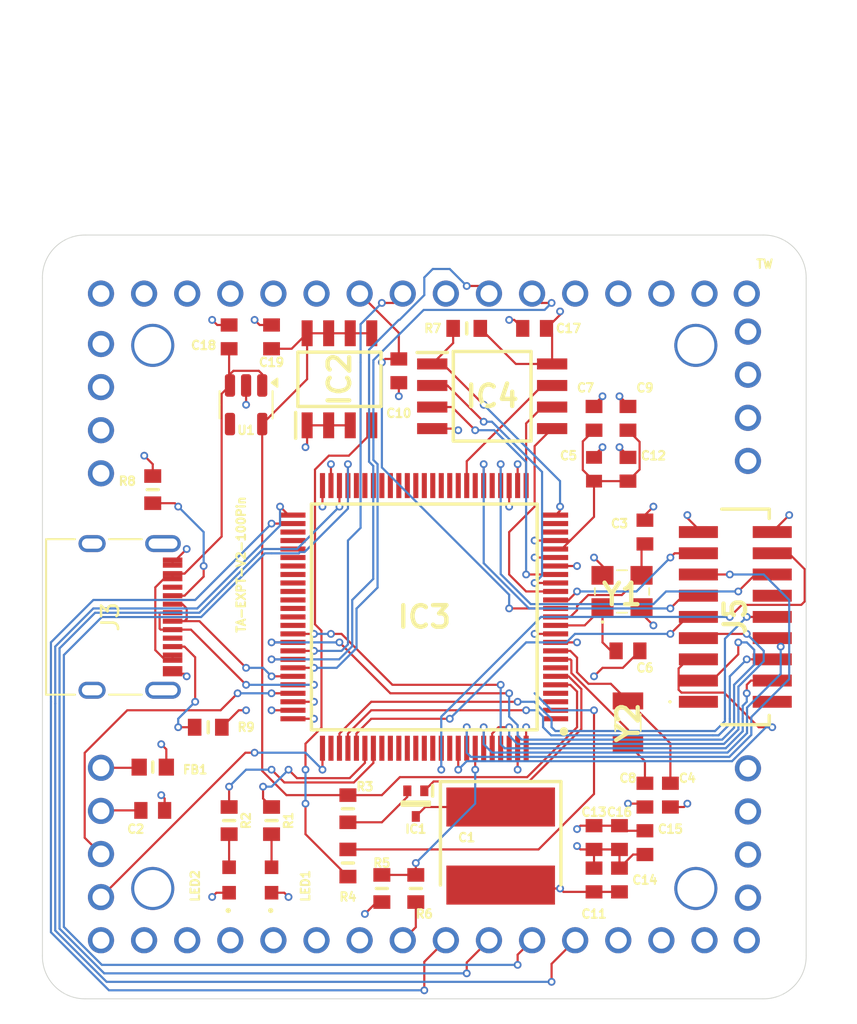
<source format=kicad_pcb>
(kicad_pcb (version 20240108) (generator "pcbnew") (generator_version "8.0")
  (layers (0 "F.Cu" signal) (1 "In1.Cu" power) (2 "In2.Cu" power) (31 "B.Cu" signal) (34 "B.Paste" user) (35 "F.Paste" user) (36 "B.SilkS" user "B.Silkscreen") (37 "F.SilkS" user "F.Silkscreen") (38 "B.Mask" user) (39 "F.Mask" user) (44 "Edge.Cuts" user))
  (net 0 "")
  (net 1 "GND")
  (net 3 "/VBUS")
  (net 4 "/LDO_OUT")
  (net 5 "/VDD_FILT")
  (net 6 "Net-(IC1-K1)")
  (net 7 "/V_BAT")
  (net 9 "/NRST")
  (net 12 "Net-(IC3-PC14-OSC32_IN)")
  (net 15 "/LPUART_RX")
  (net 18 "/LPUART_RTS")
  (net 20 "/DCMI_D6")
  (net 21 "Net-(IC3-PH1-OSC_OUT)")
  (net 22 "/DCMI_D2")
  (net 26 "/QUADSPI_BK2_IO1")
  (net 27 "/DCMI_D3")
  (net 30 "/QUADSPI_BK2_IO0")
  (net 31 "/DCMI_VSYNC")
  (net 33 "/QUADSPI_CLK")
  (net 36 "Net-(IC3-PH3-BOOT0)")
  (net 37 "/Control")
  (net 40 "/SWDIO")
  (net 42 "/DCMI_PIXCLK")
  (net 43 "/LED2")
  (net 45 "Net-(IC3-PH0-OSC_IN)")
  (net 47 "/D-")
  (net 49 "/LPUART_CTS")
  (net 51 "/USART1_RX")
  (net 55 "/DCMI_HSYNC")
  (net 56 "/QUADSPI_BK2_IO3")
  (net 57 "/QUADSPI_BK2_IO2")
  (net 58 "/DCMI_D4")
  (net 60 "/SWCLK")
  (net 61 "/USART1_CK")
  (net 62 "/D+")
  (net 65 "/DCMI_D7")
  (net 68 "Net-(IC3-PC15-OSC32_OUT)")
  (net 71 "/DCMI_D5")
  (net 74 "/QUADSPI_BK1_NCS")
  (net 76 "/USART1_TX")
  (net 79 "/LPUART_TX")
  (net 84 "/LED1")
  (net 85 "Net-(IC1-A1{slash}K2)")
  (net 86 "Net-(IC2-G)")
  (net 91 "/USART1_RTS")
  (net 92 "/USART1_CTS")
  (net 94 "/BOOT0")
  (net 98 "VDD")
  (net 102 "Net-(LED1-A)")
  (net 103 "Net-(LED2-A)")
  (net 112 "/I2C3_SDA")
  (net 113 "/DCMI_D8")
  (net 114 "/I2C3_SCL")
  (net 115 "/DCMI_D9")
  (net 119 "Net-(J3-CC2)")
  (net 120 "Net-(J3-CC1)")
  (footprint "ta-expt-v2-100:CAPC1608X90N" (layer "F.Cu") (at 168 121.3 -90)
    (property "Reference" "C15")
    (property "Value" "0603ZC104JAT2A" (hide yes))
  )
  (footprint "ta-expt-v2-100:CAPC1608X90N" (layer "F.Cu") (at 165 123.5 90)
    (property "Reference" "C11")
    (property "Value" "0603ZC104JAT2A" (hide yes))
  )
  (footprint "ta-expt-v2-100:RESC1608X55N" (layer "F.Cu") (at 154.5 124 90)
    (property "Reference" "R6")
    (property "Value" "MCT06030C1001FP500" (hide yes))
  )
  (footprint "ta-expt-v2-100:RESC1608X55N" (layer "F.Cu") (at 146 120 -90)
    (property "Reference" "R1")
    (property "Value" "MCT06030C1001FP500" (hide yes))
  )
  (footprint "ta-expt-v2-100:CAPC1608X90N" (layer "F.Cu") (at 168 118.5 -90)
    (property "Reference" "C8")
    (property "Value" "0603ZA220JAT2A" (hide yes))
  )
  (footprint "ta-expt-v2-100:CAPC1608X90N" (layer "F.Cu") (at 161.5 91 180)
    (property "Reference" "C17")
    (property "Value" "0603ZC104JAT2A" (hide yes))
  )
  (footprint "ta-expt-v2-100:PinSocket_1x5_TartanArtibeus" (layer "F.Cu") (at 174.07 95)
    (property "Reference" "J1" (hide yes))
    (property "Value" "Conn_01x05" (hide yes))
  )
  (footprint "ta-expt-v2-100:CAPPC5660X400N" (layer "F.Cu") (at 159.5 121.5 -90)
    (property "Reference" "C1")
    (property "Value" "597D158X9004R2T" (hide yes))
  )
  (footprint "ta-expt-v2-100:QFP50P1600X1600X160-100N" (layer "F.Cu") (at 155 108 180)
    (property "Reference" "IC3")
    (property "Value" "STM32L496VGT3" (hide yes))
  )
  (footprint "ta-expt-v2-100:PinSocket_4x1_TartanArtibeus" (layer "F.Cu") (at 135.95 95.73)
    (property "Reference" "J2" (hide yes))
    (property "Value" "Conn_01x04" (hide yes))
  )
  (footprint "ta-expt-v2-100:PinSocket_4x1_TartanArtibeus" (layer "F.Cu") (at 135.95 120.7 180)
    (property "Reference" "J7" (hide yes))
    (property "Value" "Conn_01x04" (hide yes))
  )
  (footprint "ta-expt-v2-100:CAPC1608X90N" (layer "F.Cu") (at 153.5 93.5 -90)
    (property "Reference" "C10")
    (property "Value" "0603ZC104JAT2A" (hide yes))
  )
  (footprint "ta-expt-v2-100:PinSocket_1x16_TartanArtibeus" (layer "F.Cu") (at 155 127.05)
    (property "Reference" "J8" (hide yes))
    (property "Value" "Conn_01x16" (hide yes))
  )
  (footprint "ta-expt-v2-100:SOIC127P790X216-8N" (layer "F.Cu") (at 159 95)
    (property "Reference" "IC4")
    (property "Value" "IS25LP128F-JBLA3" (hide yes))
  )
  (footprint "ta-expt-v2-100:CAPC1608X50N" (layer "F.Cu") (at 165 99.3 90)
    (property "Reference" "C5")
    (property "Value" "GRM1857U1A103JA44D" (hide yes))
  )
  (footprint "ta-expt-v2-100:CAPC1608X90N" (layer "F.Cu") (at 146 91.5 90)
    (property "Reference" "C19")
    (property "Value" "1uF" (hide yes))
  )
  (footprint "ta-expt-v2-100:CAPC1608X90N" (layer "F.Cu") (at 143.5 91.5 -90)
    (property "Reference" "C18")
    (property "Value" "1uF" (hide yes))
  )
  (footprint "ta-expt-v2-100:CAPC1608X90N" (layer "F.Cu") (at 167 110)
    (property "Reference" "C6")
    (property "Value" "0603ZA220JAT2A" (hide yes))
  )
  (footprint "ta-expt-v2-100:LGQ396PS35" (layer "F.Cu") (at 146 123.5 90)
    (property "Reference" "LED1")
    (property "Value" "LG_Q396-PS-35" (hide yes))
  )
  (footprint "ta-expt-v2-100:ABM8AIG25000MHZ122ZT3" (layer "F.Cu") (at 166.65 106.5)
    (property "Reference" "Y1")
    (property "Value" "ABM8AIG-16.000MHZ-12-2Z-T" (hide yes))
  )
  (footprint "ta-expt-v2-100:CAPC1608X90N" (layer "F.Cu") (at 168 103 90)
    (property "Reference" "C3")
    (property "Value" "0603ZA220JAT2A" (hide yes))
  )
  (footprint "ta-expt-v2-100:BEADC1608X95N" (layer "F.Cu") (at 139 116.85)
    (property "Reference" "FB1")
    (property "Value" "MMZ1608S601ATD25" (hide yes))
  )
  (footprint "ta-expt-v2-100:CAPC1608X90N" (layer "F.Cu") (at 167 96.3 90)
    (property "Reference" "C9")
    (property "Value" "0603ZC105JAT2A" (hide yes))
  )
  (footprint "ta-expt-v2-100:PinSocket_1x16_TartanArtibeus" (layer "F.Cu") (at 155 88.95)
    (property "Reference" "J9" (hide yes))
    (property "Value" "Conn_01x16" (hide yes))
  )
  (footprint "ta-expt-v2-100:CAPC1608X90N" (layer "F.Cu") (at 165 121 90)
    (property "Reference" "C13")
    (property "Value" "0603ZC104JAT2A" (hide yes))
  )
  (footprint "ta-expt-v2-100:ABS07AIG32768kHz71T" (layer "F.Cu") (at 167 114.225 90)
    (property "Reference" "Y2")
    (property "Value" "ABS07AIG-32.768kHz-T" (hide yes))
  )
  (footprint "ta-expt-v2-100:RESC1608X55N" (layer "F.Cu") (at 157.5 91 180)
    (property "Reference" "R7")
    (property "Value" "MCT06030C1002FP500" (hide yes))
  )
  (footprint "ta-expt-v2-100:LGQ396PS35" (layer "F.Cu") (at 143.5 123.5 90)
    (property "Reference" "LED2")
    (property "Value" "LG_Q396-PS-35" (hide yes))
  )
  (footprint "ta-expt-v2-100:CAPC1608X90N" (layer "F.Cu") (at 166.5 123.5 90)
    (property "Reference" "C14")
    (property "Value" "0603ZC104JAT2A" (hide yes))
  )
  (footprint "ta-expt-v2-100:RESC1608X55N" (layer "F.Cu") (at 139 100.5 -90)
    (property "Reference" "R8")
    (property "Value" "5.1k" (hide yes))
  )
  (footprint "ta-expt-v2-100:RESC1608X55N" (layer "F.Cu") (at 150.5 122.5 -90)
    (property "Reference" "R4")
    (property "Value" "MCT06030C1002FP500" (hide yes))
  )
  (footprint "Connector_USB:USB_C_Receptacle_XKB_U262-16XN-4BVC11" (layer "F.Cu") (at 136.5 108 -90)
    (property "Reference" "J3")
    (property "Value" "USB_C_Receptacle_USB2.0" (hide yes))
  )
  (footprint "ta-expt-v2-100:CAPC1608X90N" (layer "F.Cu") (at 165 96.3 90)
    (property "Reference" "C7")
    (property "Value" "0603ZC104JAT2A" (hide yes))
  )
  (footprint "ta-expt-v2-100:MountingHoles_TartanArtibeus" (layer "F.Cu") (at 151.5 96.5)
    (property "Reference" "J6" (hide yes))
    (property "Value" "Conn_01x04")
  )
  (footprint "ta-expt-v2-100:RESC1608X55N" (layer "F.Cu") (at 150.5 119.3 90)
    (property "Reference" "R3")
    (property "Value" "MCT06030C1002FP500" (hide yes))
  )
  (footprint "ta-expt-v2-100:CAPC1608X90N" (layer "F.Cu") (at 167 99.3 90)
    (property "Reference" "C12")
    (property "Value" "0603ZC105JAT2A" (hide yes))
  )
  (footprint "ta-expt-v2-100:RESC1608X55N" (layer "F.Cu") (at 142.27 114.5 180)
    (property "Reference" "R9")
    (property "Value" "5.1k" (hide yes))
  )
  (footprint "ta-expt-v2-100:CAPC1608X90N" (layer "F.Cu") (at 169.5 118.5 -90)
    (property "Reference" "C4")
    (property "Value" "0603ZA220JAT2A" (hide yes))
  )
  (footprint "ta-expt-v2-100:SOTFL50P160X78-3N" (layer "F.Cu") (at 154.5 119 -90)
    (property "Reference" "IC1")
    (property "Value" "BAR43SFILM" (hide yes))
  )
  (footprint "ta-expt-v2-100:RESC1608X55N" (layer "F.Cu") (at 152.5 124 -90)
    (property "Reference" "R5")
    (property "Value" "MCT06030C1002FP500" (hide yes))
  )
  (footprint "Package_TO_SOT_SMD:SOT-23-5" (layer "F.Cu") (at 144.5 95.5 -90)
    (property "Reference" "U1")
    (property "Value" "TPS7A0533PDBV" (hide yes))
  )
  (footprint "ta-expt-v2-100:41746398" (layer "F.Cu") (at 173.325 108 -90)
    (property "Reference" "J5")
    (property "Value" "4-174639-8" (hide yes))
  )
  (footprint "ta-expt-v2-100:SOIC127P600X175-8N" (layer "F.Cu") (at 150 94 90)
    (property "Reference" "IC2")
    (property "Value" "STS5PF30L" (hide yes))
  )
  (footprint "ta-expt-v2-100:CAPC1608X90N" (layer "F.Cu") (at 166.5 121 -90)
    (property "Reference" "C16")
    (property "Value" "0603ZC104JAT2A" (hide yes))
  )
  (footprint "ta-expt-v2-100:RESC1608X55N" (layer "F.Cu") (at 143.5 120 -90)
    (property "Reference" "R2")
    (property "Value" "MCT06030C1001FP500" (hide yes))
  )
  (footprint "ta-expt-v2-100:CAPC1608X90N" (layer "F.Cu") (at 139 119.4 180)
    (property "Reference" "C2")
    (property "Value" "GRM188C71A475KE21D" (hide yes))
  )
  (footprint "ta-expt-v2-100:PinSocket_1x5_TartanArtibeus" (layer "B.Cu") (at 174.07 120.73)
    (property "Reference" "J4" (hide yes))
    (property "Value" "Conn_01x05" (hide yes))
  )
  (gr_arc (start 135.04 130.499999) (mid 133.232007 129.767993) (end 132.500001 127.96) (stroke (width 0.05)) (layer "Edge.Cuts"))
  (gr_arc (start 132.500001 88.04) (mid 133.232007 86.232007) (end 135.04 85.500001) (stroke (width 0.05)) (layer "Edge.Cuts"))
  (gr_line (start 177.5 88.04) (end 177.5 127.96) (stroke (width 0.05)) (layer "Edge.Cuts"))
  (gr_arc (start 174.96 85.500001) (mid 176.767993 86.232007) (end 177.499999 88.04) (stroke (width 0.05)) (layer "Edge.Cuts"))
  (gr_line (start 132.5 127.96) (end 132.5 88.04) (stroke (width 0.05)) (layer "Edge.Cuts"))
  (gr_line (start 174.96 85.5) (end 135.04 85.5) (stroke (width 0.05)) (layer "Edge.Cuts"))
  (gr_arc (start 177.499999 127.96) (mid 176.767993 129.767993) (end 174.96 130.499999) (stroke (width 0.05)) (layer "Edge.Cuts"))
  (gr_line (start 135.04 130.5) (end 174.96 130.5) (stroke (width 0.05)) (layer "Edge.Cuts"))
  (gr_text "TW" (at 174.5 87.5 0) (layer "F.SilkS") (effects (font (size 0.5 0.5) (thickness 0.125)) (justify left bottom)))
  (gr_text "TA-EXPT-V2-100Pin" (at 144.5 109 90) (layer "F.SilkS") (effects (font (size 0.5 0.5) (thickness 0.125)) (justify left bottom)))
  (segment (start 165 98.6) (end 165 98.5) (width 0.127) (layer "F.Cu") (net 1))
  (segment (start 167 98.5) (end 166.5 98) (width 0.127) (layer "F.Cu") (net 1))
  (segment (start 165.5 111) (end 165 111.5) (width 0.127) (layer "F.Cu") (net 1))
  (segment (start 164.2 120.3) (end 164 120.5) (width 0.127) (layer "F.Cu") (net 1))
  (segment (start 146 124.25) (end 146.75 124.25) (width 0.127) (layer "F.Cu") (net 1))
  (segment (start 142.8 90.8) (end 142.5 90.5) (width 0.127) (layer "F.Cu") (net 1))
  (segment (start 175.675 102.825) (end 175.675 103) (width 0.127) (layer "F.Cu") (net 1))
  (segment (start 166.8 120.6) (end 166.5 120.3) (width 0.127) (layer "F.Cu") (net 1))
  (segment (start 167 98.6) (end 167 98.5) (width 0.127) (layer "F.Cu") (net 1))
  (segment (start 147.262 113.5) (end 146 113.5) (width 0.127) (layer "F.Cu") (net 1))
  (segment (start 140.17 104.95) (end 140.17 104.65) (width 0.127) (layer "F.Cu") (net 1))
  (segment (start 168 120.6) (end 166.8 120.6) (width 0.127) (layer "F.Cu") (net 1))
  (segment (start 166.7 111) (end 167.7 110) (width 0.127) (layer "F.Cu") (net 1))
  (segment (start 140.85 111.35) (end 141 111.5) (width 0.127) (layer "F.Cu") (net 1))
  (segment (start 167.8 119) (end 168 119.2) (width 0.127) (layer "F.Cu") (net 1))
  (segment (start 170.3 119.2) (end 170.5 119) (width 0.127) (layer "F.Cu") (net 1))
  (segment (start 146 90.8) (end 145.3 90.8) (width 0.127) (layer "F.Cu") (net 1))
  (segment (start 160.5 100.262) (end 160.5 99) (width 0.127) (layer "F.Cu") (net 1))
  (segment (start 167.8 107.8) (end 168.5 108.5) (width 0.127) (layer "F.Cu") (net 1))
  (segment (start 144.07 113.5) (end 144.5 113.5) (width 0.127) (layer "F.Cu") (net 1))
  (segment (start 142.75 124.25) (end 142.5 124.5) (width 0.127) (layer "F.Cu") (net 1))
  (segment (start 162.738 104.5) (end 161.5 104.5) (width 0.127) (layer "F.Cu") (net 1))
  (segment (start 159.7 124) (end 159.5 123.8) (width 0.127) (layer "F.Cu") (net 1))
  (segment (start 176.5 102) (end 175.675 102.825) (width 0.127) (layer "F.Cu") (net 1))
  (segment (start 166.5 95) (end 167 95.5) (width 0.127) (layer "F.Cu") (net 1))
  (segment (start 140.17 104.65) (end 140.35 104.65) (width 0.127) (layer "F.Cu") (net 1))
  (segment (start 165 95.5) (end 165.5 95) (width 0.127) (layer "F.Cu") (net 1))
  (segment (start 165.5 105) (end 165 104.5) (width 0.127) (layer "F.Cu") (net 1))
  (segment (start 143.5 90.8) (end 142.8 90.8) (width 0.127) (layer "F.Cu") (net 1))
  (segment (start 144.5 94.3625) (end 144.5 95.5) (width 0.127) (layer "F.Cu") (net 1))
  (segment (start 163.2 124.2) (end 163 124) (width 0.127) (layer "F.Cu") (net 1))
  (segment (start 160.5 117) (end 160.5 115.738) (width 0.127) (layer "F.Cu") (net 1))
  (segment (start 139 99.7) (end 139 99) (width 0.127) (layer "F.Cu") (net 1))
  (segment (start 167 95.5) (end 167 95.6) (width 0.127) (layer "F.Cu") (net 1))
  (segment (start 165 95.6) (end 165 95.5) (width 0.127) (layer "F.Cu") (net 1))
  (segment (start 165.5 111) (end 166.7 111) (width 0.127) (layer "F.Cu") (net 1))
  (segment (start 149.5 99) (end 149.5 100.262) (width 0.127) (layer "F.Cu") (net 1))
  (segment (start 160 90.5) (end 160.3 90.5) (width 0.127) (layer "F.Cu") (net 1))
  (segment (start 140.17 111.35) (end 140.85 111.35) (width 0.127) (layer "F.Cu") (net 1))
  (segment (start 140.35 104.65) (end 141 104) (width 0.127) (layer "F.Cu") (net 1))
  (segment (start 146.75 124.25) (end 147 124.5) (width 0.127) (layer "F.Cu") (net 1))
  (segment (start 165.5 105.55) (end 165.5 105) (width 0.127) (layer "F.Cu") (net 1))
  (segment (start 165 120.3) (end 164.2 120.3) (width 0.127) (layer "F.Cu") (net 1))
  (segment (start 143.07 114.5) (end 144.07 113.5) (width 0.127) (layer "F.Cu") (net 1))
  (segment (start 162.738 109.5) (end 164 109.5) (width 0.127) (layer "F.Cu") (net 1))
  (segment (start 152.5 124.8) (end 152.2 124.8) (width 0.127) (layer "F.Cu") (net 1))
  (segment (start 165 124.2) (end 163.2 124.2) (width 0.127) (layer "F.Cu") (net 1))
  (segment (start 140.17 111.05) (end 140.17 111.35) (width 0.127) (layer "F.Cu") (net 1))
  (segment (start 143.5 124.25) (end 142.75 124.25) (width 0.127) (layer "F.Cu") (net 1))
  (segment (start 165 98.5) (end 165.5 98) (width 0.127) (layer "F.Cu") (net 1))
  (segment (start 168 102) (end 168.5 101.5) (width 0.127) (layer "F.Cu") (net 1))
  (segment (start 168 102.3) (end 168 102) (width 0.127) (layer "F.Cu") (net 1))
  (segment (start 153.5 94.2) (end 153.5 95) (width 0.127) (layer "F.Cu") (net 1))
  (segment (start 138.3 119.4) (end 135.98 119.4) (width 0.127) (layer "F.Cu") (net 1))
  (segment (start 166.5 124.2) (end 165 124.2) (width 0.127) (layer "F.Cu") (net 1))
  (segment (start 163 124) (end 159.7 124) (width 0.127) (layer "F.Cu") (net 1))
  (segment (start 169.5 119.2) (end 170.3 119.2) (width 0.127) (layer "F.Cu") (net 1))
  (segment (start 152.2 124.8) (end 151.5 125.5) (width 0.127) (layer "F.Cu") (net 1))
  (segment (start 135.98 119.4) (end 135.95 119.43) (width 0.127) (layer "F.Cu") (net 1))
  (segment (start 167.8 107.45) (end 167.8 107.8) (width 0.127) (layer "F.Cu") (net 1))
  (segment (start 167 119) (end 167.8 119) (width 0.127) (layer "F.Cu") (net 1))
  (segment (start 166.5 120.3) (end 165 120.3) (width 0.127) (layer "F.Cu") (net 1))
  (segment (start 145.3 90.8) (end 145 90.5) (width 0.127) (layer "F.Cu") (net 1))
  (segment (start 162.738 105) (end 164 105) (width 0.127) (layer "F.Cu") (net 1))
  (segment (start 160.3 90.5) (end 160.8 91) (width 0.127) (layer "F.Cu") (net 1))
  (segment (start 139 99) (end 138.5 98.5) (width 0.127) (layer "F.Cu") (net 1))
  (segment (start 155.468 96.905) (end 156.905 96.905) (width 0.127) (layer "F.Cu") (net 1))
  (segment (start 156.905 96.905) (end 157 97) (width 0.127) (layer "F.Cu") (net 1))
  (via (at 138.5 98.5) (size 0.4572) (drill 0.254) (layers "F.Cu" "B.Cu") (net 1))
  (via (at 144.5 113.5) (size 0.4572) (drill 0.254) (layers "F.Cu" "B.Cu") (net 1))
  (via (at 160.5 117) (size 0.4572) (drill 0.254) (layers "F.Cu" "B.Cu") (net 1))
  (via (at 167 119) (size 0.4572) (drill 0.254) (layers "F.Cu" "B.Cu") (net 1))
  (via (at 176.5 102) (size 0.4572) (drill 0.254) (layers "F.Cu" "B.Cu") (net 1))
  (via (at 168.5 101.5) (size 0.4572) (drill 0.254) (layers "F.Cu" "B.Cu") (net 1))
  (via (at 151.5 125.5) (size 0.4572) (drill 0.254) (layers "F.Cu" "B.Cu") (net 1))
  (via (at 141 111.5) (size 0.4572) (drill 0.254) (layers "F.Cu" "B.Cu") (net 1))
  (via (at 170.5 119) (size 0.4572) (drill 0.254) (layers "F.Cu" "B.Cu") (net 1))
  (via (at 147 124.5) (size 0.4572) (drill 0.254) (layers "F.Cu" "B.Cu") (net 1))
  (via (at 160 90.5) (size 0.4572) (drill 0.254) (layers "F.Cu" "B.Cu") (net 1))
  (via (at 160.5 99) (size 0.4572) (drill 0.254) (layers "F.Cu" "B.Cu") (net 1))
  (via (at 144.5 95.5) (size 0.4572) (drill 0.254) (layers "F.Cu" "B.Cu") (net 1))
  (via (at 145 90.5) (size 0.4572) (drill 0.254) (layers "F.Cu" "B.Cu") (net 1))
  (via (at 163 124) (size 0.4572) (drill 0.254) (layers "F.Cu" "B.Cu") (net 1))
  (via (at 142.5 124.5) (size 0.4572) (drill 0.254) (layers "F.Cu" "B.Cu") (net 1))
  (via (at 153.5 95) (size 0.4572) (drill 0.254) (layers "F.Cu" "B.Cu") (net 1))
  (via (at 161.5 104.5) (size 0.4572) (drill 0.254) (layers "F.Cu" "B.Cu") (net 1))
  (via (at 142.5 90.5) (size 0.4572) (drill 0.254) (layers "F.Cu" "B.Cu") (net 1))
  (via (at 164 120.5) (size 0.4572) (drill 0.254) (layers "F.Cu" "B.Cu") (net 1))
  (via (at 165 104.5) (size 0.4572) (drill 0.254) (layers "F.Cu" "B.Cu") (net 1))
  (via (at 168.5 108.5) (size 0.4572) (drill 0.254) (layers "F.Cu" "B.Cu") (net 1))
  (via (at 141 104) (size 0.4572) (drill 0.254) (layers "F.Cu" "B.Cu") (net 1))
  (via (at 166.5 98) (size 0.4572) (drill 0.254) (layers "F.Cu" "B.Cu") (net 1))
  (via (at 157 97) (size 0.4572) (drill 0.254) (layers "F.Cu" "B.Cu") (net 1))
  (via (at 166.5 95) (size 0.4572) (drill 0.254) (layers "F.Cu" "B.Cu") (net 1))
  (via (at 149.5 99) (size 0.4572) (drill 0.254) (layers "F.Cu" "B.Cu") (net 1))
  (via (at 165.5 95) (size 0.4572) (drill 0.254) (layers "F.Cu" "B.Cu") (net 1))
  (via (at 164 105) (size 0.4572) (drill 0.254) (layers "F.Cu" "B.Cu") (net 1))
  (via (at 146 113.5) (size 0.4572) (drill 0.254) (layers "F.Cu" "B.Cu") (net 1))
  (via (at 164 109.5) (size 0.4572) (drill 0.254) (layers "F.Cu" "B.Cu") (net 1))
  (via (at 165 111.5) (size 0.4572) (drill 0.254) (layers "F.Cu" "B.Cu") (net 1))
  (via (at 165.5 98) (size 0.4572) (drill 0.254) (layers "F.Cu" "B.Cu") (net 1))
  (segment (start 143.0595 94.853) (end 143.55 94.3625) (width 0.127) (layer "F.Cu") (net 3))
  (segment (start 143.0595 103.2625) (end 143.0595 94.853) (width 0.127) (layer "F.Cu") (net 3))
  (segment (start 143.55 93.700001) (end 143.750001 93.5) (width 0.127) (layer "F.Cu") (net 3))
  (segment (start 145.45 93.700001) (end 145.45 94.3625) (width 0.127) (layer "F.Cu") (net 3))
  (segment (start 145.249999 93.5) (end 145.45 93.700001) (width 0.127) (layer "F.Cu") (net 3))
  (segment (start 143.5 92.2) (end 143.5 94.3125) (width 0.127) (layer "F.Cu") (net 3))
  (segment (start 139.6595 105.75) (end 140.17 105.75) (width 0.127) (layer "F.Cu") (net 3))
  (segment (start 143.55 94.3625) (end 143.55 93.700001) (width 0.127) (layer "F.Cu") (net 3))
  (segment (start 143.750001 93.5) (end 145.249999 93.5) (width 0.127) (layer "F.Cu") (net 3))
  (segment (start 140.872 105.45) (end 143.0595 103.2625) (width 0.127) (layer "F.Cu") (net 3))
  (segment (start 139.1505 106.259) (end 139.6595 105.75) (width 0.127) (layer "F.Cu") (net 3))
  (segment (start 140.17 105.45) (end 140.872 105.45) (width 0.127) (layer "F.Cu") (net 3))
  (segment (start 140.17 105.45) (end 140.17 105.75) (width 0.127) (layer "F.Cu") (net 3))
  (segment (start 140.17 110.25) (end 140.17 110.55) (width 0.127) (layer "F.Cu") (net 3))
  (segment (start 140.17 110.55) (end 139.745 110.55) (width 0.127) (layer "F.Cu") (net 3))
  (segment (start 143.5 94.3125) (end 143.55 94.3625) (width 0.127) (layer "F.Cu") (net 3))
  (segment (start 139.745 110.55) (end 139.1505 109.9555) (width 0.127) (layer "F.Cu") (net 3))
  (segment (start 139.1505 109.9555) (end 139.1505 106.259) (width 0.127) (layer "F.Cu") (net 3))
  (segment (start 147.183 92.2) (end 148.095 91.288) (width 0.127) (layer "F.Cu") (net 4))
  (segment (start 145.45 117.072962) (end 145.45 96.6375) (width 0.127) (layer "F.Cu") (net 4))
  (segment (start 146.877038 118.5) (end 145.45 117.072962) (width 0.127) (layer "F.Cu") (net 4))
  (segment (start 164 114.5) (end 164 112.3975) (width 0.127) (layer "F.Cu") (net 4))
  (segment (start 150.5 118.5) (end 146.877038 118.5) (width 0.127) (layer "F.Cu") (net 4))
  (segment (start 152.5 118.5) (end 153.5595 117.4405) (width 0.127) (layer "F.Cu") (net 4))
  (segment (start 146 92.2) (end 147.183 92.2) (width 0.127) (layer "F.Cu") (net 4))
  (segment (start 145.45 96.6375) (end 148.095 93.9925) (width 0.127) (layer "F.Cu") (net 4))
  (segment (start 153.5595 117.4405) (end 161.0595 117.4405) (width 0.127) (layer "F.Cu") (net 4))
  (segment (start 164 112.3975) (end 163.6025 112) (width 0.127) (layer "F.Cu") (net 4))
  (segment (start 150.5 118.5) (end 152.5 118.5) (width 0.127) (layer "F.Cu") (net 4))
  (segment (start 150.635 91.288) (end 151.905 91.288) (width 0.127) (layer "F.Cu") (net 4))
  (segment (start 148.095 93.9925) (end 148.095 91.288) (width 0.127) (layer "F.Cu") (net 4))
  (segment (start 148.095 91.288) (end 149.365 91.288) (width 0.127) (layer "F.Cu") (net 4))
  (segment (start 149.365 91.288) (end 150.635 91.288) (width 0.127) (layer "F.Cu") (net 4))
  (segment (start 161.0595 117.4405) (end 164 114.5) (width 0.127) (layer "F.Cu") (net 4))
  (segment (start 163.6025 112) (end 162.738 112) (width 0.127) (layer "F.Cu") (net 4))
  (segment (start 163 90.2) (end 162.2 91) (width 0.127) (layer "F.Cu") (net 5))
  (segment (start 170.5 102.175) (end 171.325 103) (width 0.127) (layer "F.Cu") (net 5))
  (segment (start 170.5 102) (end 170.5 102.175) (width 0.127) (layer "F.Cu") (net 5))
  (segment (start 149 101.5) (end 149 100.262) (width 0.127) (layer "F.Cu") (net 5))
  (segment (start 161 114.5) (end 161 115.738) (width 0.127) (layer "F.Cu") (net 5))
  (segment (start 148.095 97.905) (end 148 98) (width 0.127) (layer "F.Cu") (net 5))
  (segment (start 165 100) (end 164.3395 99.3395) (width 0.127) (layer "F.Cu") (net 5))
  (segment (start 167.6855 99.3145) (end 167.6855 97.6855) (width 0.127) (layer "F.Cu") (net 5))
  (segment (start 162.738 109) (end 161.5 109) (width 0.127) (layer "F.Cu") (net 5))
  (segment (start 147.262 113) (end 148.5 113) (width 0.127) (layer "F.Cu") (net 5))
  (segment (start 163.6025 103.5) (end 162.738 103.5) (width 0.127) (layer "F.Cu") (net 5))
  (segment (start 165 121.7) (end 164.2 121.7) (width 0.127) (layer "F.Cu") (net 5))
  (segment (start 167 100) (end 167.6855 99.3145) (width 0.127) (layer "F.Cu") (net 5))
  (segment (start 160.395 93.095) (end 158.3 91) (width 0.127) (layer "F.Cu") (net 5))
  (segment (start 139.7 116.95) (end 139.8 116.85) (width 0.127) (layer "F.Cu") (net 5))
  (segment (start 139.8 116.85) (end 139.8 115.8) (width 0.127) (layer "F.Cu") (net 5))
  (segment (start 165 102.1025) (end 163.6025 103.5) (width 0.127) (layer "F.Cu") (net 5))
  (segment (start 162.738 104) (end 163.1025 104) (width 0.127) (layer "F.Cu") (net 5))
  (segment (start 164.2 121.7) (end 164 121.5) (width 0.127) (layer "F.Cu") (net 5))
  (segment (start 167.3 122) (end 166.5 122.8) (width 0.127) (layer "F.Cu") (net 5))
  (segment (start 168 122) (end 167.3 122) (width 0.127) (layer "F.Cu") (net 5))
  (segment (start 148.5 114) (end 147.262 114) (width 0.127) (layer "F.Cu") (net 5))
  (segment (start 139.8 115.8) (end 139.5 115.5) (width 0.127) (layer "F.Cu") (net 5))
  (segment (start 165 121.7) (end 165 122.8) (width 0.127) (layer "F.Cu") (net 5))
  (segment (start 139.7 118.7) (end 139.5 118.5) (width 0.127) (layer "F.Cu") (net 5))
  (segment (start 148.095 96.712) (end 148.095 97.905) (width 0.127) (layer "F.Cu") (net 5))
  (segment (start 167 100) (end 165 100) (width 0.127) (layer "F.Cu") (net 5))
  (segment (start 150.635 96.712) (end 149.365 96.712) (width 0.127) (layer "F.Cu") (net 5))
  (segment (start 162.738 103.5) (end 161.5 103.5) (width 0.127) (layer "F.Cu") (net 5))
  (segment (start 162.532 93.095) (end 160.395 93.095) (width 0.127) (layer "F.Cu") (net 5))
  (segment (start 162.532 93.095) (end 162.532 91.332) (width 0.127) (layer "F.Cu") (net 5))
  (segment (start 163.1025 104) (end 163.6025 103.5) (width 0.127) (layer "F.Cu") (net 5))
  (segment (start 149.365 96.712) (end 148.095 96.712) (width 0.127) (layer "F.Cu") (net 5))
  (segment (start 166.5 122.8) (end 166.5 121.7) (width 0.127) (layer "F.Cu") (net 5))
  (segment (start 139.7 119.4) (end 139.7 118.7) (width 0.127) (layer "F.Cu") (net 5))
  (segment (start 167.6855 97.6855) (end 167 97) (width 0.127) (layer "F.Cu") (net 5))
  (segment (start 165 100) (end 165 102.1025) (width 0.127) (layer "F.Cu") (net 5))
  (segment (start 165 121.7) (end 166.5 121.7) (width 0.127) (layer "F.Cu") (net 5))
  (segment (start 163 90) (end 163 90.2) (width 0.127) (layer "F.Cu") (net 5))
  (segment (start 160 100.262) (end 160 101.5) (width 0.127) (layer "F.Cu") (net 5))
  (segment (start 164.3395 97.6605) (end 165 97) (width 0.127) (layer "F.Cu") (net 5))
  (segment (start 162.532 91.332) (end 162.2 91) (width 0.127) (layer "F.Cu") (net 5))
  (segment (start 164.3395 99.3395) (end 164.3395 97.6605) (width 0.127) (layer "F.Cu") (net 5))
  (via (at 148.5 114) (size 0.4572) (drill 0.254) (layers "F.Cu" "B.Cu") (net 5))
  (via (at 170.5 102) (size 0.4572) (drill 0.254) (layers "F.Cu" "B.Cu") (net 5))
  (via (at 163 90) (size 0.4572) (drill 0.254) (layers "F.Cu" "B.Cu") (net 5))
  (via (at 148 98) (size 0.4572) (drill 0.254) (layers "F.Cu" "B.Cu") (net 5))
  (via (at 139.5 118.5) (size 0.4572) (drill 0.254) (layers "F.Cu" "B.Cu") (net 5))
  (via (at 148.5 113) (size 0.4572) (drill 0.254) (layers "F.Cu" "B.Cu") (net 5))
  (via (at 164 121.5) (size 0.4572) (drill 0.254) (layers "F.Cu" "B.Cu") (net 5))
  (via (at 139.5 115.5) (size 0.4572) (drill 0.254) (layers "F.Cu" "B.Cu") (net 5))
  (via (at 161 114.5) (size 0.4572) (drill 0.254) (layers "F.Cu" "B.Cu") (net 5))
  (via (at 160 101.5) (size 0.4572) (drill 0.254) (layers "F.Cu" "B.Cu") (net 5))
  (via (at 149 101.5) (size 0.4572) (drill 0.254) (layers "F.Cu" "B.Cu") (net 5))
  (via (at 161.5 109) (size 0.4572) (drill 0.254) (layers "F.Cu" "B.Cu") (net 5))
  (via (at 161.5 103.5) (size 0.4572) (drill 0.254) (layers "F.Cu" "B.Cu") (net 5))
  (segment (start 154 118.245) (end 154 118.6) (width 0.127) (layer "F.Cu") (net 6))
  (segment (start 150.5 120.1) (end 152.5 120.1) (width 0.127) (layer "F.Cu") (net 6))
  (segment (start 154 118.6) (end 152.5 120.1) (width 0.127) (layer "F.Cu") (net 6))
  (segment (start 155 118.245) (end 155.5505 117.6945) (width 0.127) (layer "F.Cu") (net 7))
  (segment (start 155.5505 117.6945) (end 161.16471 117.6945) (width 0.127) (layer "F.Cu") (net 7))
  (segment (start 163.5 111.5) (end 162.738 111.5) (width 0.127) (layer "F.Cu") (net 7))
  (segment (start 161.16471 117.6945) (end 164.254 114.60521) (width 0.127) (layer "F.Cu") (net 7))
  (segment (start 164.254 112.254) (end 163.5 111.5) (width 0.127) (layer "F.Cu") (net 7))
  (segment (start 164.254 114.60521) (end 164.254 112.254) (width 0.127) (layer "F.Cu") (net 7))
  (segment (start 153.5 92.8) (end 153.5 91.26) (width 0.127) (layer "F.Cu") (net 9))
  (segment (start 153.5 92.8) (end 152.7 92.8) (width 0.127) (layer "F.Cu") (net 9))
  (segment (start 153.5 91.26) (end 151.19 88.95) (width 0.127) (layer "F.Cu") (net 9))
  (segment (start 152.7 92.8) (end 152.5 93) (width 0.127) (layer "F.Cu") (net 9))
  (segment (start 160 107.5) (end 162.738 107.5) (width 0.127) (layer "F.Cu") (net 9))
  (via (at 152.5 93) (size 0.4572) (drill 0.254) (layers "F.Cu" "B.Cu") (net 9))
  (via (at 160 107.5) (size 0.4572) (drill 0.254) (layers "F.Cu" "B.Cu") (net 9))
  (segment (start 160 106.692592) (end 160 107.5) (width 0.127) (layer "B.Cu") (net 9))
  (segment (start 152.5 99.192592) (end 160 106.692592) (width 0.127) (layer "B.Cu") (net 9))
  (segment (start 152.5 93) (end 152.5 99.192592) (width 0.127) (layer "B.Cu") (net 9))
  (segment (start 163.666 110.5635) (end 163.6025 110.5) (width 0.127) (layer "F.Cu") (net 12))
  (segment (start 163.6025 110.5) (end 162.738 110.5) (width 0.127) (layer "F.Cu") (net 12))
  (segment (start 167 114.64079) (end 163.666 111.30679) (width 0.127) (layer "F.Cu") (net 12))
  (segment (start 167 115.5) (end 167 114.64079) (width 0.127) (layer "F.Cu") (net 12))
  (segment (start 163.666 111.30679) (end 163.666 110.5635) (width 0.127) (layer "F.Cu") (net 12))
  (segment (start 168 117.8) (end 168 116.5) (width 0.127) (layer "F.Cu") (net 12))
  (segment (start 168 116.5) (end 167 115.5) (width 0.127) (layer "F.Cu") (net 12))
  (segment (start 160.5 127.9) (end 161.35 127.05) (width 0.127) (layer "F.Cu") (net 15))
  (segment (start 160.5 128.5) (end 160.5 127.9) (width 0.127) (layer "F.Cu") (net 15))
  (segment (start 150.5 100.262) (end 150.5 99) (width 0.127) (layer "F.Cu") (net 15))
  (via (at 150.5 99) (size 0.4572) (drill 0.254) (layers "F.Cu" "B.Cu") (net 15))
  (via (at 160.5 128.5) (size 0.4572) (drill 0.254) (layers "F.Cu" "B.Cu") (net 15))
  (segment (start 133.762 110.246) (end 133.762 112.5) (width 0.127) (layer "B.Cu") (net 15))
  (segment (start 147.943357 104.179605) (end 147.679605 104.179605) (width 0.127) (layer "B.Cu") (net 15))
  (segment (start 147.60521 104.254) (end 146 104.254) (width 0.127) (layer "B.Cu") (net 15))
  (segment (start 142.179605 107.679605) (end 141.85121 108.008) (width 0.127) (layer "B.Cu") (net 15))
  (segment (start 133.762 126.262) (end 136 128.5) (width 0.127) (layer "B.Cu") (net 15))
  (segment (start 145.60521 104.254) (end 142.179605 107.679605) (width 0.127) (layer "B.Cu") (net 15))
  (segment (start 150.5 99) (end 150.5 101.622962) (width 0.127) (layer "B.Cu") (net 15))
  (segment (start 146 104.254) (end 145.60521 104.254) (width 0.127) (layer "B.Cu") (net 15))
  (segment (start 133.762 112.5) (end 133.762 126.262) (width 0.127) (layer "B.Cu") (net 15))
  (segment (start 141.85121 108.008) (end 136 108.008) (width 0.127) (layer "B.Cu") (net 15))
  (segment (start 147.679605 104.179605) (end 147.60521 104.254) (width 0.127) (layer "B.Cu") (net 15))
  (segment (start 136 108.008) (end 133.762 110.246) (width 0.127) (layer "B.Cu") (net 15))
  (segment (start 150.5 101.622962) (end 147.943357 104.179605) (width 0.127) (layer "B.Cu") (net 15))
  (segment (start 136 128.5) (end 160.5 128.5) (width 0.127) (layer "B.Cu") (net 15))
  (segment (start 162.5 129.5) (end 162.5 128.44) (width 0.127) (layer "F.Cu") (net 18))
  (segment (start 162.5 128.44) (end 163.89 127.05) (width 0.127) (layer "F.Cu") (net 18))
  (segment (start 147 102) (end 146.5 101.5) (width 0.127) (layer "F.Cu") (net 18))
  (segment (start 147.262 102) (end 147 102) (width 0.127) (layer "F.Cu") (net 18))
  (via (at 162.5 129.5) (size 0.4572) (drill 0.254) (layers "F.Cu" "B.Cu") (net 18))
  (via (at 146.5 101.5) (size 0.4572) (drill 0.254) (layers "F.Cu" "B.Cu") (net 18))
  (segment (start 133.254 109.746) (end 133.254 112.5) (width 0.127) (layer "B.Cu") (net 18))
  (segment (start 133.254 112.5) (end 133.254 113.10521) (width 0.127) (layer "B.Cu") (net 18))
  (segment (start 146.5 101.5) (end 146.5 102.622962) (width 0.127) (layer "B.Cu") (net 18))
  (segment (start 135.5 107.5) (end 133.254 109.746) (width 0.127) (layer "B.Cu") (net 18))
  (segment (start 136.28158 129.5) (end 162.5 129.5) (width 0.127) (layer "B.Cu") (net 18))
  (segment (start 141.622962 107.5) (end 135.5 107.5) (width 0.127) (layer "B.Cu") (net 18))
  (segment (start 135.39079 128.60921) (end 136.28158 129.5) (width 0.127) (layer "B.Cu") (net 18))
  (segment (start 133.254 113.10521) (end 133.254 126.47242) (width 0.127) (layer "B.Cu") (net 18))
  (segment (start 133.254 126.47242) (end 135.39079 128.60921) (width 0.127) (layer "B.Cu") (net 18))
  (segment (start 146.5 102.622962) (end 141.622962 107.5) (width 0.127) (layer "B.Cu") (net 18))
  (segment (start 176 109.575) (end 175.675 109.25) (width 0.127) (layer "F.Cu") (net 20))
  (segment (start 158.5 115.738) (end 158.5 114.5) (width 0.127) (layer "F.Cu") (net 20))
  (segment (start 176 109.75) (end 176 109.575) (width 0.127) (layer "F.Cu") (net 20))
  (via (at 176 109.75) (size 0.4572) (drill 0.254) (layers "F.Cu" "B.Cu") (net 20))
  (via (at 158.5 114.5) (size 0.4572) (drill 0.254) (layers "F.Cu" "B.Cu") (net 20))
  (segment (start 174.016 114.84321) (end 174.016 113.34321) (width 0.127) (layer "B.Cu") (net 20))
  (segment (start 158.992 115.992) (end 172.86721 115.992) (width 0.127) (layer "B.Cu") (net 20))
  (segment (start 158.5 115.5) (end 158.992 115.992) (width 0.127) (layer "B.Cu") (net 20))
  (segment (start 176 111.35921) (end 176 109.75) (width 0.127) (layer "B.Cu") (net 20))
  (segment (start 172.86721 115.992) (end 174.016 114.84321) (width 0.127) (layer "B.Cu") (net 20))
  (segment (start 158.5 114.5) (end 158.5 115.5) (width 0.127) (layer "B.Cu") (net 20))
  (segment (start 174.016 113.34321) (end 176 111.35921) (width 0.127) (layer "B.Cu") (net 20))
  (segment (start 166.6405 106.7095) (end 164.6595 106.7095) (width 0.127) (layer "F.Cu") (net 21))
  (segment (start 164 107.369) (end 164 107.6025) (width 0.127) (layer "F.Cu") (net 21))
  (segment (start 164.6595 106.7095) (end 164 107.369) (width 0.127) (layer "F.Cu") (net 21))
  (segment (start 164 107.6025) (end 163.6025 108) (width 0.127) (layer "F.Cu") (net 21))
  (segment (start 167.8 103.9) (end 168 103.7) (width 0.127) (layer "F.Cu") (net 21))
  (segment (start 167.8 105.55) (end 167.8 103.9) (width 0.127) (layer "F.Cu") (net 21))
  (segment (start 163.6025 108) (end 162.738 108) (width 0.127) (layer "F.Cu") (net 21))
  (segment (start 167.8 105.55) (end 166.6405 106.7095) (width 0.127) (layer "F.Cu") (net 21))
  (segment (start 174.25 111.75) (end 175.675 111.75) (width 0.127) (layer "F.Cu") (net 22))
  (segment (start 150.122962 109) (end 153.122962 112) (width 0.127) (layer "F.Cu") (net 22))
  (segment (start 174 112) (end 174.25 111.75) (width 0.127) (layer "F.Cu") (net 22))
  (segment (start 147.262 109) (end 148.5 109) (width 0.127) (layer "F.Cu") (net 22))
  (segment (start 153.122962 112) (end 159.5 112) (width 0.127) (layer "F.Cu") (net 22))
  (segment (start 149.5 109) (end 150.122962 109) (width 0.127) (layer "F.Cu") (net 22))
  (segment (start 174 112.5) (end 174 112) (width 0.127) (layer "F.Cu") (net 22))
  (via (at 149.5 109) (size 0.4572) (drill 0.254) (layers "F.Cu" "B.Cu") (net 22))
  (via (at 148.5 109) (size 0.4572) (drill 0.254) (layers "F.Cu" "B.Cu") (net 22))
  (via (at 159.5 112) (size 0.4572) (drill 0.254) (layers "F.Cu" "B.Cu") (net 22))
  (via (at 174 112.5) (size 0.4572) (drill 0.254) (layers "F.Cu" "B.Cu") (net 22))
  (segment (start 173.754 114.746) (end 172.762 115.738) (width 0.127) (layer "B.Cu") (net 22))
  (segment (start 173.762 114) (end 173.762 113.238) (width 0.127) (layer "B.Cu") (net 22))
  (segment (start 173.754 114.746) (end 173.762 114.738) (width 0.127) (layer "B.Cu") (net 22))
  (segment (start 174 113) (end 174 112.5) (width 0.127) (layer "B.Cu") (net 22))
  (segment (start 173.762 113.238) (end 174 113) (width 0.127) (layer "B.Cu") (net 22))
  (segment (start 159.5 115.5) (end 159.5 112) (width 0.127) (layer "B.Cu") (net 22))
  (segment (start 159.738 115.738) (end 159.5 115.5) (width 0.127) (layer "B.Cu") (net 22))
  (segment (start 173.762 114.738) (end 173.762 114) (width 0.127) (layer "B.Cu") (net 22))
  (segment (start 148.5 109) (end 149.5 109) (width 0.127) (layer "B.Cu") (net 22))
  (segment (start 172.762 115.738) (end 159.738 115.738) (width 0.127) (layer "B.Cu") (net 22))
  (segment (start 156.365 94.365) (end 158.5 96.5) (width 0.127) (layer "F.Cu") (net 26))
  (segment (start 155.468 94.365) (end 156.365 94.365) (width 0.127) (layer "F.Cu") (net 26))
  (segment (start 161.5 106) (end 162.738 106) (width 0.127) (layer "F.Cu") (net 26))
  (via (at 158.5 96.5) (size 0.4572) (drill 0.254) (layers "F.Cu" "B.Cu") (net 26))
  (via (at 161.5 106) (size 0.4572) (drill 0.254) (layers "F.Cu" "B.Cu") (net 26))
  (segment (start 161.9405 105.5595) (end 161.5 106) (width 0.127) (layer "B.Cu") (net 26))
  (segment (start 158.5 96.5) (end 158.982172 96.5) (width 0.127) (layer "B.Cu") (net 26))
  (segment (start 158.982172 96.5) (end 161.9405 99.458328) (width 0.127) (layer "B.Cu") (net 26))
  (segment (start 161.9405 99.458328) (end 161.9405 105.5595) (width 0.127) (layer "B.Cu") (net 26))
  (segment (start 153 112.5) (end 160 112.5) (width 0.127) (layer "F.Cu") (net 27))
  (segment (start 173.5 110.206) (end 171.956 111.75) (width 0.127) (layer "F.Cu") (net 27))
  (segment (start 173.5 109.5) (end 173.5 110.206) (width 0.127) (layer "F.Cu") (net 27))
  (segment (start 147.262 109.5) (end 146 109.5) (width 0.127) (layer "F.Cu") (net 27))
  (segment (start 150 109.5) (end 153 112.5) (width 0.127) (layer "F.Cu") (net 27))
  (segment (start 171.956 111.75) (end 171.325 111.75) (width 0.127) (layer "F.Cu") (net 27))
  (via (at 173.5 109.5) (size 0.4572) (drill 0.254) (layers "F.Cu" "B.Cu") (net 27))
  (via (at 146 109.5) (size 0.4572) (drill 0.254) (layers "F.Cu" "B.Cu") (net 27))
  (via (at 160 112.5) (size 0.4572) (drill 0.254) (layers "F.Cu" "B.Cu") (net 27))
  (via (at 150 109.5) (size 0.4572) (drill 0.254) (layers "F.Cu" "B.Cu") (net 27))
  (segment (start 174 109.5) (end 173.5 109.5) (width 0.127) (layer "B.Cu") (net 27))
  (segment (start 146 109.5) (end 150 109.5) (width 0.127) (layer "B.Cu") (net 27))
  (segment (start 173.254 112) (end 174.4405 110.8135) (width 0.127) (layer "B.Cu") (net 27))
  (segment (start 174.4405 109.9405) (end 174 109.5) (width 0.127) (layer "B.Cu") (net 27))
  (segment (start 173.254 114.52758) (end 172.55158 115.23) (width 0.127) (layer "B.Cu") (net 27))
  (segment (start 160.73 115.23) (end 160.5 115) (width 0.127) (layer "B.Cu") (net 27))
  (segment (start 160.5 115) (end 160.5 114.377038) (width 0.127) (layer "B.Cu") (net 27))
  (segment (start 160.5 114.377038) (end 160 113.877038) (width 0.127) (layer "B.Cu") (net 27))
  (segment (start 172.55158 115.23) (end 160.73 115.23) (width 0.127) (layer "B.Cu") (net 27))
  (segment (start 174.4405 110.8135) (end 174.4405 109.9405) (width 0.127) (layer "B.Cu") (net 27))
  (segment (start 173.254 112) (end 173.254 114.52758) (width 0.127) (layer "B.Cu") (net 27))
  (segment (start 160 113.877038) (end 160 112.5) (width 0.127) (layer "B.Cu") (net 27))
  (segment (start 162.738 106.5) (end 161 106.5) (width 0.127) (layer "F.Cu") (net 30))
  (segment (start 161.5 97.937) (end 162.532 96.905) (width 0.127) (layer "F.Cu") (net 30))
  (segment (start 160 103) (end 161.5 101.5) (width 0.127) (layer "F.Cu") (net 30))
  (segment (start 161.5 101.5) (end 161.5 97.937) (width 0.127) (layer "F.Cu") (net 30))
  (segment (start 161 106.5) (end 160 105.5) (width 0.127) (layer "F.Cu") (net 30))
  (segment (start 160 105.5) (end 160 103) (width 0.127) (layer "F.Cu") (net 30))
  (segment (start 157.5 115.738) (end 157.5 114.5) (width 0.127) (layer "F.Cu") (net 31))
  (segment (start 173 105.5) (end 171.325 105.5) (width 0.127) (layer "F.Cu") (net 31))
  (via (at 157.5 114.5) (size 0.4572) (drill 0.254) (layers "F.Cu" "B.Cu") (net 31))
  (via (at 173 105.5) (size 0.4572) (drill 0.254) (layers "F.Cu" "B.Cu") (net 31))
  (segment (start 175 105.5) (end 173 105.5) (width 0.127) (layer "B.Cu") (net 31))
  (segment (start 176.5 111.66479) (end 176.5 107) (width 0.127) (layer "B.Cu") (net 31))
  (segment (start 157.5 114.5) (end 157.5 116) (width 0.127) (layer "B.Cu") (net 31))
  (segment (start 157.5 116) (end 157.746 116.246) (width 0.127) (layer "B.Cu") (net 31))
  (segment (start 157.746 116.246) (end 172.97242 116.246) (width 0.127) (layer "B.Cu") (net 31))
  (segment (start 174.27 114.94842) (end 174.27 113.89479) (width 0.127) (layer "B.Cu") (net 31))
  (segment (start 174.27 113.89479) (end 176.5 111.66479) (width 0.127) (layer "B.Cu") (net 31))
  (segment (start 176.5 107) (end 175 105.5) (width 0.127) (layer "B.Cu") (net 31))
  (segment (start 172.97242 116.246) (end 174.27 114.94842) (width 0.127) (layer "B.Cu") (net 31))
  (segment (start 162.532 95.635) (end 161.9645 95.635) (width 0.127) (layer "F.Cu") (net 33))
  (segment (start 161 96.5995) (end 161 100.262) (width 0.127) (layer "F.Cu") (net 33))
  (segment (start 161.9645 95.635) (end 161 96.5995) (width 0.127) (layer "F.Cu") (net 33))
  (segment (start 154.5 123.2) (end 152.5 123.2) (width 0.127) (layer "F.Cu") (net 36))
  (segment (start 154.5 123.2) (end 154.5 122.5) (width 0.127) (layer "F.Cu") (net 36))
  (segment (start 158 117) (end 158 115.738) (width 0.127) (layer "F.Cu") (net 36))
  (via (at 154.5 122.5) (size 0.4572) (drill 0.254) (layers "F.Cu" "B.Cu") (net 36))
  (via (at 158 117) (size 0.4572) (drill 0.254) (layers "F.Cu" "B.Cu") (net 36))
  (segment (start 158 119) (end 158 117) (width 0.127) (layer "B.Cu") (net 36))
  (segment (start 154.5 122.5) (end 158 119) (width 0.127) (layer "B.Cu") (net 36))
  (segment (start 161.731 121.7) (end 164.9655 118.4655) (width 0.127) (layer "F.Cu") (net 37))
  (segment (start 150.5 121.7) (end 161.731 121.7) (width 0.127) (layer "F.Cu") (net 37))
  (segment (start 165 118.431) (end 165 113.5) (width 0.127) (layer "F.Cu") (net 37))
  (segment (start 164.9655 118.4655) (end 165 118.431) (width 0.127) (layer "F.Cu") (net 37))
  (via (at 165 113.5) (size 0.4572) (drill 0.254) (layers "F.Cu" "B.Cu") (net 37))
  (segment (start 165 113.5) (end 162.5 113.5) (width 0.127) (layer "B.Cu") (net 37))
  (segment (start 162.5 113.5) (end 161.5 112.5) (width 0.127) (layer "B.Cu") (net 37))
  (segment (start 134.9895 121.0095) (end 134.9895 116.0105) (width 0.127) (layer "F.Cu") (net 40))
  (segment (start 135.95 121.97) (end 134.9895 121.0095) (width 0.127) (layer "F.Cu") (net 40))
  (segment (start 143 113.5) (end 144 112.5) (width 0.127) (layer "F.Cu") (net 40))
  (segment (start 146 112.5) (end 147.262 112.5) (width 0.127) (layer "F.Cu") (net 40))
  (segment (start 137.5 113.5) (end 143 113.5) (width 0.127) (layer "F.Cu") (net 40))
  (segment (start 134.9895 116.0105) (end 137.5 113.5) (width 0.127) (layer "F.Cu") (net 40))
  (via (at 144 112.5) (size 0.4572) (drill 0.254) (layers "F.Cu" "B.Cu") (net 40))
  (via (at 146 112.5) (size 0.4572) (drill 0.254) (layers "F.Cu" "B.Cu") (net 40))
  (segment (start 144 112.5) (end 146 112.5) (width 0.127) (layer "B.Cu") (net 40))
  (segment (start 169.5 107.5) (end 170 107) (width 0.127) (layer "F.Cu") (net 42))
  (segment (start 171.075 107) (end 171.325 106.75) (width 0.127) (layer "F.Cu") (net 42))
  (segment (start 158.5 100.262) (end 158.5 99) (width 0.127) (layer "F.Cu") (net 42))
  (segment (start 170 107) (end 171.075 107) (width 0.127) (layer "F.Cu") (net 42))
  (via (at 158.5 99) (size 0.4572) (drill 0.254) (layers "F.Cu" "B.Cu") (net 42))
  (via (at 169.5 107.5) (size 0.4572) (drill 0.254) (layers "F.Cu" "B.Cu") (net 42))
  (segment (start 161.166618 107.5) (end 169.5 107.5) (width 0.127) (layer "B.Cu") (net 42))
  (segment (start 158.5 99) (end 158.5 104.833382) (width 0.127) (layer "B.Cu") (net 42))
  (segment (start 158.5 104.833382) (end 161.166618 107.5) (width 0.127) (layer "B.Cu") (net 42))
  (segment (start 152 115.738) (end 152 116.6025) (width 0.127) (layer "F.Cu") (net 43))
  (segment (start 152 116.6025) (end 150.8485 117.754) (width 0.127) (layer "F.Cu") (net 43))
  (segment (start 143.5 118) (end 143.5 119.2) (width 0.127) (layer "F.Cu") (net 43))
  (segment (start 150.8485 117.754) (end 146.754 117.754) (width 0.127) (layer "F.Cu") (net 43))
  (segment (start 146.754 117.754) (end 146 117) (width 0.127) (layer "F.Cu") (net 43))
  (via (at 143.5 118) (size 0.4572) (drill 0.254) (layers "F.Cu" "B.Cu") (net 43))
  (via (at 146 117) (size 0.4572) (drill 0.254) (layers "F.Cu" "B.Cu") (net 43))
  (segment (start 146 117) (end 144.5 117) (width 0.127) (layer "B.Cu") (net 43))
  (segment (start 144.5 117) (end 143.5 118) (width 0.127) (layer "B.Cu") (net 43))
  (segment (start 164.45 108.5) (end 165.5 107.45) (width 0.127) (layer "F.Cu") (net 45))
  (segment (start 162.738 108.5) (end 164.45 108.5) (width 0.127) (layer "F.Cu") (net 45))
  (segment (start 165.5 107.45) (end 165.5 109.5) (width 0.127) (layer "F.Cu") (net 45))
  (segment (start 166 110) (end 166.3 110) (width 0.127) (layer "F.Cu") (net 45))
  (segment (start 165.5 109.5) (end 166 110) (width 0.127) (layer "F.Cu") (net 45))
  (segment (start 141 108.122) (end 141 107.5) (width 0.127) (layer "F.Cu") (net 47))
  (segment (start 141.25 108.25) (end 141.75 108.25) (width 0.127) (layer "F.Cu") (net 47))
  (segment (start 141.75 108.25) (end 144.5 111) (width 0.127) (layer "F.Cu") (net 47))
  (segment (start 140.17 108.25) (end 140.872 108.25) (width 0.127) (layer "F.Cu") (net 47))
  (segment (start 140.17 108.25) (end 141.25 108.25) (width 0.127) (layer "F.Cu") (net 47))
  (segment (start 146 111.5) (end 147.262 111.5) (width 0.127) (layer "F.Cu") (net 47))
  (segment (start 140.75 107.25) (end 140.17 107.25) (width 0.127) (layer "F.Cu") (net 47))
  (segment (start 140.872 108.25) (end 141 108.122) (width 0.127) (layer "F.Cu") (net 47))
  (segment (start 141 107.5) (end 140.75 107.25) (width 0.127) (layer "F.Cu") (net 47))
  (via (at 144.5 111) (size 0.4572) (drill 0.254) (layers "F.Cu" "B.Cu") (net 47))
  (via (at 146 111.5) (size 0.4572) (drill 0.254) (layers "F.Cu" "B.Cu") (net 47))
  (segment (start 144.5 111) (end 145.5 111) (width 0.127) (layer "B.Cu") (net 47))
  (segment (start 145.5 111) (end 146 111.5) (width 0.127) (layer "B.Cu") (net 47))
  (segment (start 147.262 102.5) (end 146 102.5) (width 0.127) (layer "F.Cu") (net 49))
  (segment (start 155 130) (end 155 128.32) (width 0.127) (layer "F.Cu") (net 49))
  (segment (start 155 128.32) (end 156.27 127.05) (width 0.127) (layer "F.Cu") (net 49))
  (via (at 146 102.5) (size 0.4572) (drill 0.254) (layers "F.Cu" "B.Cu") (net 49))
  (via (at 155 130) (size 0.4572) (drill 0.254) (layers "F.Cu" "B.Cu") (net 49))
  (segment (start 133 113) (end 133 126.57763) (width 0.127) (layer "B.Cu") (net 49))
  (segment (start 133 109.5) (end 133 113) (width 0.127) (layer "B.Cu") (net 49))
  (segment (start 134.92237 128.5) (end 136.42237 130) (width 0.127) (layer "B.Cu") (net 49))
  (segment (start 141.5 107) (end 135.5 107) (width 0.127) (layer "B.Cu") (net 49))
  (segment (start 133 126.57763) (end 134.92237 128.5) (width 0.127) (layer "B.Cu") (net 49))
  (segment (start 136.42237 130) (end 155 130) (width 0.127) (layer "B.Cu") (net 49))
  (segment (start 146 102.5) (end 141.5 107) (width 0.127) (layer "B.Cu") (net 49))
  (segment (start 135.5 107) (end 133 109.5) (width 0.127) (layer "B.Cu") (net 49))
  (segment (start 161.9 89.5) (end 161.35 88.95) (width 0.127) (layer "F.Cu") (net 51))
  (segment (start 162.5 89.5) (end 161.9 89.5) (width 0.127) (layer "F.Cu") (net 51))
  (segment (start 147.262 111) (end 148.5 111) (width 0.127) (layer "F.Cu") (net 51))
  (via (at 162.5 89.5) (size 0.4572) (drill 0.254) (layers "F.Cu" "B.Cu") (net 51))
  (via (at 148.5 111) (size 0.4572) (drill 0.254) (layers "F.Cu" "B.Cu") (net 51))
  (segment (start 152 92.877038) (end 154.966538 89.9105) (width 0.127) (layer "B.Cu") (net 51))
  (segment (start 152.246 106.27) (end 152.246 99) (width 0.127) (layer "B.Cu") (net 51))
  (segment (start 152 93) (end 152 92.877038) (width 0.127) (layer "B.Cu") (net 51))
  (segment (start 162.0895 89.9105) (end 162.5 89.5) (width 0.127) (layer "B.Cu") (net 51))
  (segment (start 152 98.754) (end 152 93) (width 0.127) (layer "B.Cu") (net 51))
  (segment (start 154.966538 89.9105) (end 162.0895 89.9105) (width 0.127) (layer "B.Cu") (net 51))
  (segment (start 151.008 109.833382) (end 151.008 107.508) (width 0.127) (layer "B.Cu") (net 51))
  (segment (start 148.5 111) (end 149.841382 111) (width 0.127) (layer "B.Cu") (net 51))
  (segment (start 149.841382 111) (end 151.008 109.833382) (width 0.127) (layer "B.Cu") (net 51))
  (segment (start 152.246 99) (end 152 98.754) (width 0.127) (layer "B.Cu") (net 51))
  (segment (start 151.008 107.508) (end 152.246 106.27) (width 0.127) (layer "B.Cu") (net 51))
  (segment (start 173.5 106.5) (end 174.5 105.5) (width 0.127) (layer "F.Cu") (net 55))
  (segment (start 174.5 105.5) (end 175.675 105.5) (width 0.127) (layer "F.Cu") (net 55))
  (segment (start 159.5 100.262) (end 159.5 99) (width 0.127) (layer "F.Cu") (net 55))
  (via (at 173.5 106.5) (size 0.4572) (drill 0.254) (layers "F.Cu" "B.Cu") (net 55))
  (via (at 159.5 99) (size 0.4572) (drill 0.254) (layers "F.Cu" "B.Cu") (net 55))
  (segment (start 168.5 107.246) (end 169.246 106.5) (width 0.127) (layer "B.Cu") (net 55))
  (segment (start 159.5 105.474172) (end 161.271828 107.246) (width 0.127) (layer "B.Cu") (net 55))
  (segment (start 159.5 99) (end 159.5 105.474172) (width 0.127) (layer "B.Cu") (net 55))
  (segment (start 161.271828 107.246) (end 168.5 107.246) (width 0.127) (layer "B.Cu") (net 55))
  (segment (start 169.246 106.5) (end 173.5 106.5) (width 0.127) (layer "B.Cu") (net 55))
  (segment (start 162.532 94.365) (end 161.9645 94.365) (width 0.127) (layer "F.Cu") (net 56))
  (segment (start 157.5 98.8295) (end 157.5 100.262) (width 0.127) (layer "F.Cu") (net 56))
  (segment (start 161.9645 94.365) (end 157.5 98.8295) (width 0.127) (layer "F.Cu") (net 56))
  (segment (start 161 105.5) (end 162.738 105.5) (width 0.127) (layer "F.Cu") (net 57))
  (segment (start 155.468 95.635) (end 156.635 95.635) (width 0.127) (layer "F.Cu") (net 57))
  (segment (start 156.635 95.635) (end 158 97) (width 0.127) (layer "F.Cu") (net 57))
  (via (at 161 105.5) (size 0.4572) (drill 0.254) (layers "F.Cu" "B.Cu") (net 57))
  (via (at 158 97) (size 0.4572) (drill 0.254) (layers "F.Cu" "B.Cu") (net 57))
  (segment (start 159.122962 97) (end 161 98.877038) (width 0.127) (layer "B.Cu") (net 57))
  (segment (start 161 98.877038) (end 161 105.5) (width 0.127) (layer "B.Cu") (net 57))
  (segment (start 158 97) (end 159.122962 97) (width 0.127) (layer "B.Cu") (net 57))
  (segment (start 150.5 115.738) (end 150.5 114.8735) (width 0.127) (layer "F.Cu") (net 58))
  (segment (start 150.5 114.8735) (end 151.8735 113.5) (width 0.127) (layer "F.Cu") (net 58))
  (segment (start 174 110.5) (end 175.675 110.5) (width 0.127) (layer "F.Cu") (net 58))
  (segment (start 151.8735 113.5) (end 161 113.5) (width 0.127) (layer "F.Cu") (net 58))
  (via (at 161 113.5) (size 0.4572) (drill 0.254) (layers "F.Cu" "B.Cu") (net 58))
  (via (at 174 110.5) (size 0.4572) (drill 0.254) (layers "F.Cu" "B.Cu") (net 58))
  (segment (start 173 114.31563) (end 173 114) (width 0.127) (layer "B.Cu") (net 58))
  (segment (start 162 114.5) (end 162.476 114.976) (width 0.127) (layer "B.Cu") (net 58))
  (segment (start 161.622962 113.5) (end 162 113.877038) (width 0.127) (layer "B.Cu") (net 58))
  (segment (start 162.476 114.976) (end 172 114.976) (width 0.127) (layer "B.Cu") (net 58))
  (segment (start 172.33963 114.976) (end 173 114.31563) (width 0.127) (layer "B.Cu") (net 58))
  (segment (start 162 113.877038) (end 162 114.5) (width 0.127) (layer "B.Cu") (net 58))
  (segment (start 173 114) (end 173 111.5) (width 0.127) (layer "B.Cu") (net 58))
  (segment (start 161 113.5) (end 161.622962 113.5) (width 0.127) (layer "B.Cu") (net 58))
  (segment (start 173 111.5) (end 174 110.5) (width 0.127) (layer "B.Cu") (net 58))
  (segment (start 172 114.976) (end 172.33963 114.976) (width 0.127) (layer "B.Cu") (net 58))
  (segment (start 144.46 116) (end 145 116) (width 0.127) (layer "F.Cu") (net 60))
  (segment (start 135.95 124.51) (end 144.46 116) (width 0.127) (layer "F.Cu") (net 60))
  (segment (start 149 117) (end 149 115.738) (width 0.127) (layer "F.Cu") (net 60))
  (via (at 149 117) (size 0.4572) (drill 0.254) (layers "F.Cu" "B.Cu") (net 60))
  (via (at 145 116) (size 0.4572) (drill 0.254) (layers "F.Cu" "B.Cu") (net 60))
  (segment (start 145 116) (end 148 116) (width 0.127) (layer "B.Cu") (net 60))
  (segment (start 148 116) (end 149 117) (width 0.127) (layer "B.Cu") (net 60))
  (segment (start 147.262 110) (end 148.5 110) (width 0.127) (layer "F.Cu") (net 61))
  (segment (start 152.5 89.5) (end 153.18 89.5) (width 0.127) (layer "F.Cu") (net 61))
  (segment (start 153.18 89.5) (end 153.73 88.95) (width 0.127) (layer "F.Cu") (net 61))
  (via (at 152.5 89.5) (size 0.4572) (drill 0.254) (layers "F.Cu" "B.Cu") (net 61))
  (via (at 148.5 110) (size 0.4572) (drill 0.254) (layers "F.Cu" "B.Cu") (net 61))
  (segment (start 151.246 93) (end 151.246 90.754) (width 0.127) (layer "B.Cu") (net 61))
  (segment (start 148.5 110) (end 150.122962 110) (width 0.127) (layer "B.Cu") (net 61))
  (segment (start 150.5 106.5) (end 150.5 103.5) (width 0.127) (layer "B.Cu") (net 61))
  (segment (start 151.246 102.754) (end 151.246 93) (width 0.127) (layer "B.Cu") (net 61))
  (segment (start 151.246 90.754) (end 152.5 89.5) (width 0.127) (layer "B.Cu") (net 61))
  (segment (start 150.5 103.5) (end 151.246 102.754) (width 0.127) (layer "B.Cu") (net 61))
  (segment (start 150.5 109.622962) (end 150.5 106.5) (width 0.127) (layer "B.Cu") (net 61))
  (segment (start 150.122962 110) (end 150.5 109.622962) (width 0.127) (layer "B.Cu") (net 61))
  (segment (start 141.25 108.75) (end 144.5 112) (width 0.127) (layer "F.Cu") (net 62))
  (segment (start 139.468 107.75) (end 140.17 107.75) (width 0.127) (layer "F.Cu") (net 62))
  (segment (start 140.17 108.75) (end 141.25 108.75) (width 0.127) (layer "F.Cu") (net 62))
  (segment (start 139.468 108.75) (end 139.4045 108.6865) (width 0.127) (layer "F.Cu") (net 62))
  (segment (start 148.5 112) (end 147.262 112) (width 0.127) (layer "F.Cu") (net 62))
  (segment (start 139.4045 107.8135) (end 139.468 107.75) (width 0.127) (layer "F.Cu") (net 62))
  (segment (start 139.4045 108.6865) (end 139.4045 107.8135) (width 0.127) (layer "F.Cu") (net 62))
  (segment (start 140.17 108.75) (end 139.468 108.75) (width 0.127) (layer "F.Cu") (net 62))
  (via (at 148.5 112) (size 0.4572) (drill 0.254) (layers "F.Cu" "B.Cu") (net 62))
  (via (at 144.5 112) (size 0.4572) (drill 0.254) (layers "F.Cu" "B.Cu") (net 62))
  (segment (start 144.5 112) (end 148.5 112) (width 0.127) (layer "B.Cu") (net 62))
  (segment (start 171.575 109) (end 171.325 109.25) (width 0.127) (layer "F.Cu") (net 65))
  (segment (start 174 109) (end 171.575 109) (width 0.127) (layer "F.Cu") (net 65))
  (segment (start 159.3735 114.5) (end 160 114.5) (width 0.127) (layer "F.Cu") (net 65))
  (segment (start 159 114.8735) (end 159.3735 114.5) (width 0.127) (layer "F.Cu") (net 65))
  (segment (start 159 115.738) (end 159 114.8735) (width 0.127) (layer "F.Cu") (net 65))
  (via (at 160 114.5) (size 0.4572) (drill 0.254) (layers "F.Cu" "B.Cu") (net 65))
  (via (at 174 109) (size 0.4572) (drill 0.254) (layers "F.Cu" "B.Cu") (net 65))
  (segment (start 175 110.61321) (end 175 110) (width 0.127) (layer "B.Cu") (net 65))
  (segment (start 173.508 112.10521) (end 175 110.61321) (width 0.127) (layer "B.Cu") (net 65))
  (segment (start 175 110) (end 174 109) (width 0.127) (layer "B.Cu") (net 65))
  (segment (start 160 115) (end 160.484 115.484) (width 0.127) (layer "B.Cu") (net 65))
  (segment (start 173.508 114.63279) (end 173.508 112.10521) (width 0.127) (layer "B.Cu") (net 65))
  (segment (start 160 114.5) (end 160 115) (width 0.127) (layer "B.Cu") (net 65))
  (segment (start 172.65679 115.484) (end 173.508 114.63279) (width 0.127) (layer "B.Cu") (net 65))
  (segment (start 160.484 115.484) (end 172.65679 115.484) (width 0.127) (layer "B.Cu") (net 65))
  (segment (start 169.5 117.8) (end 169.5 115.45) (width 0.127) (layer "F.Cu") (net 68))
  (segment (start 163.6025 110) (end 162.738 110) (width 0.127) (layer "F.Cu") (net 68))
  (segment (start 164 110.3975) (end 163.6025 110) (width 0.127) (layer "F.Cu") (net 68))
  (segment (start 167 112.95) (end 165.9905 111.9405) (width 0.127) (layer "F.Cu") (net 68))
  (segment (start 169.5 115.45) (end 167 112.95) (width 0.127) (layer "F.Cu") (net 68))
  (segment (start 164.6785 111.9405) (end 164 111.262) (width 0.127) (layer "F.Cu") (net 68))
  (segment (start 165.9905 111.9405) (end 164.6785 111.9405) (width 0.127) (layer "F.Cu") (net 68))
  (segment (start 164 111.262) (end 164 110.3975) (width 0.127) (layer "F.Cu") (net 68))
  (segment (start 169.9845 112.2905) (end 169.9845 111.0405) (width 0.127) (layer "F.Cu") (net 71))
  (segment (start 170.525 110.5) (end 171.325 110.5) (width 0.127) (layer "F.Cu") (net 71))
  (segment (start 169.9845 111.0405) (end 170.525 110.5) (width 0.127) (layer "F.Cu") (net 71))
  (segment (start 174.706 114.5) (end 172.6655 112.4595) (width 0.127) (layer "F.Cu") (net 71))
  (segment (start 172.6655 112.4595) (end 170.1535 112.4595) (width 0.127) (layer "F.Cu") (net 71))
  (segment (start 170.1535 112.4595) (end 169.9845 112.2905) (width 0.127) (layer "F.Cu") (net 71))
  (segment (start 175.5 114.5) (end 174.706 114.5) (width 0.127) (layer "F.Cu") (net 71))
  (segment (start 157 115.738) (end 157 117) (width 0.127) (layer "F.Cu") (net 71))
  (via (at 157 117) (size 0.4572) (drill 0.254) (layers "F.Cu" "B.Cu") (net 71))
  (via (at 175.5 114.5) (size 0.4572) (drill 0.254) (layers "F.Cu" "B.Cu") (net 71))
  (segment (start 173.315823 116.315823) (end 174.524 115.107647) (width 0.127) (layer "B.Cu") (net 71))
  (segment (start 173.131646 116.5) (end 173.315823 116.315823) (width 0.127) (layer "B.Cu") (net 71))
  (segment (start 174.524 115.107647) (end 175.131647 114.5) (width 0.127) (layer "B.Cu") (net 71))
  (segment (start 157.5 116.5) (end 173.131646 116.5) (width 0.127) (layer "B.Cu") (net 71))
  (segment (start 175.131647 114.5) (end 175.5 114.5) (width 0.127) (layer "B.Cu") (net 71))
  (segment (start 157 117) (end 157.5 116.5) (width 0.127) (layer "B.Cu") (net 71))
  (segment (start 156.7 91) (end 156.7 91.863) (width 0.127) (layer "F.Cu") (net 74))
  (segment (start 156.7 91.863) (end 155.468 93.095) (width 0.127) (layer "F.Cu") (net 74))
  (segment (start 155.468 93.095) (end 156.095 93.095) (width 0.127) (layer "F.Cu") (net 74))
  (segment (start 156.095 93.095) (end 158.5 95.5) (width 0.127) (layer "F.Cu") (net 74))
  (segment (start 163 101.738) (end 162.738 102) (width 0.127) (layer "F.Cu") (net 74))
  (segment (start 163 101.5) (end 163 101.738) (width 0.127) (layer "F.Cu") (net 74))
  (via (at 163 101.5) (size 0.4572) (drill 0.254) (layers "F.Cu" "B.Cu") (net 74))
  (via (at 158.5 95.5) (size 0.4572) (drill 0.254) (layers "F.Cu" "B.Cu") (net 74))
  (segment (start 163 100) (end 163 101.5) (width 0.127) (layer "B.Cu") (net 74))
  (segment (start 158.5 95.5) (end 163 100) (width 0.127) (layer "B.Cu") (net 74))
  (segment (start 158.36 88.5) (end 158.81 88.95) (width 0.127) (layer "F.Cu") (net 76))
  (segment (start 147.262 110.5) (end 146 110.5) (width 0.127) (layer "F.Cu") (net 76))
  (segment (start 157.5 88.5) (end 158.36 88.5) (width 0.127) (layer "F.Cu") (net 76))
  (via (at 146 110.5) (size 0.4572) (drill 0.254) (layers "F.Cu" "B.Cu") (net 76))
  (via (at 157.5 88.5) (size 0.4572) (drill 0.254) (layers "F.Cu" "B.Cu") (net 76))
  (segment (start 150.754 107) (end 151.992 105.762) (width 0.127) (layer "B.Cu") (net 76))
  (segment (start 155.5 87.5) (end 156.5 87.5) (width 0.127) (layer "B.Cu") (net 76))
  (segment (start 151.746 98.85921) (end 151.746 92.254) (width 0.127) (layer "B.Cu") (net 76))
  (segment (start 153.538353 90.5) (end 155 89.038353) (width 0.127) (layer "B.Cu") (net 76))
  (segment (start 150.754 109.728172) (end 150.754 107) (width 0.127) (layer "B.Cu") (net 76))
  (segment (start 151.746 92.254) (end 153.5 90.5) (width 0.127) (layer "B.Cu") (net 76))
  (segment (start 151.992 105.762) (end 151.992 99.10521) (width 0.127) (layer "B.Cu") (net 76))
  (segment (start 155 88) (end 155.5 87.5) (width 0.127) (layer "B.Cu") (net 76))
  (segment (start 155 89.038353) (end 155 88) (width 0.127) (layer "B.Cu") (net 76))
  (segment (start 151.992 99.10521) (end 151.746 98.85921) (width 0.127) (layer "B.Cu") (net 76))
  (segment (start 153.5 90.5) (end 153.538353 90.5) (width 0.127) (layer "B.Cu") (net 76))
  (segment (start 149.982172 110.5) (end 150.754 109.728172) (width 0.127) (layer "B.Cu") (net 76))
  (segment (start 146 110.5) (end 149.982172 110.5) (width 0.127) (layer "B.Cu") (net 76))
  (segment (start 156.5 87.5) (end 157.5 88.5) (width 0.127) (layer "B.Cu") (net 76))
  (segment (start 157.5 129) (end 157.5 128.36) (width 0.127) (layer "F.Cu") (net 79))
  (segment (start 157.5 128.36) (end 158.81 127.05) (width 0.127) (layer "F.Cu") (net 79))
  (segment (start 150 100.262) (end 150 101.5) (width 0.127) (layer "F.Cu") (net 79))
  (via (at 157.5 129) (size 0.4572) (drill 0.254) (layers "F.Cu" "B.Cu") (net 79))
  (via (at 150 101.5) (size 0.4572) (drill 0.254) (layers "F.Cu" "B.Cu") (net 79))
  (segment (start 135.820395 128.679605) (end 133.508 126.36721) (width 0.127) (layer "B.Cu") (net 79))
  (segment (start 135.820395 128.679605) (end 136.14079 129) (width 0.127) (layer "B.Cu") (net 79))
  (segment (start 145.5 104) (end 147.5 104) (width 0.127) (layer "B.Cu") (net 79))
  (segment (start 141.746 107.754) (end 145.5 104) (width 0.127) (layer "B.Cu") (net 79))
  (segment (start 147.5 104) (end 150 101.5) (width 0.127) (layer "B.Cu") (net 79))
  (segment (start 133.508 126.36721) (end 133.508 109.85121) (width 0.127) (layer "B.Cu") (net 79))
  (segment (start 135.60521 107.754) (end 141.746 107.754) (width 0.127) (layer "B.Cu") (net 79))
  (segment (start 133.508 109.85121) (end 135.60521 107.754) (width 0.127) (layer "B.Cu") (net 79))
  (segment (start 136.14079 129) (end 157.5 129) (width 0.127) (layer "B.Cu") (net 79))
  (segment (start 150.6025 117.5) (end 147.5 117.5) (width 0.127) (layer "F.Cu") (net 84))
  (segment (start 145.5 118) (end 145.5 118.7) (width 0.127) (layer "F.Cu") (net 84))
  (segment (start 145.5 118.7) (end 146 119.2) (width 0.127) (layer "F.Cu") (net 84))
  (segment (start 147.5 117.5) (end 147 117) (width 0.127) (layer "F.Cu") (net 84))
  (segment (start 151.5 115.738) (end 151.5 116.6025) (width 0.127) (layer "F.Cu") (net 84))
  (segment (start 151.5 116.6025) (end 150.6025 117.5) (width 0.127) (layer "F.Cu") (net 84))
  (via (at 147 117) (size 0.4572) (drill 0.254) (layers "F.Cu" "B.Cu") (net 84))
  (via (at 145.5 118) (size 0.4572) (drill 0.254) (layers "F.Cu" "B.Cu") (net 84))
  (segment (start 146 118) (end 145.5 118) (width 0.127) (layer "B.Cu") (net 84))
  (segment (start 147 117) (end 146 118) (width 0.127) (layer "B.Cu") (net 84))
  (segment (start 159.5 119.2) (end 155.055 119.2) (width 0.127) (layer "F.Cu") (net 85))
  (segment (start 155.055 119.2) (end 154.5 119.755) (width 0.127) (layer "F.Cu") (net 85))
  (segment (start 149.377038 98.5) (end 148.5595 99.317538) (width 0.127) (layer "F.Cu") (net 86))
  (segment (start 148 115.4695) (end 148 117) (width 0.127) (layer "F.Cu") (net 86))
  (segment (start 148.5595 108.436538) (end 148.9405 108.817538) (width 0.127) (layer "F.Cu") (net 86))
  (segment (start 148.5595 99.317538) (end 148.5595 108.436538) (width 0.127) (layer "F.Cu") (net 86))
  (segment (start 148.9405 108.817538) (end 148.9405 114.529) (width 0.127) (layer "F.Cu") (net 86))
  (segment (start 148 120.8) (end 150.5 123.3) (width 0.127) (layer "F.Cu") (net 86))
  (segment (start 148.9405 114.529) (end 148 115.4695) (width 0.127) (layer "F.Cu") (net 86))
  (segment (start 151.905 97.1495) (end 150.5545 98.5) (width 0.127) (layer "F.Cu") (net 86))
  (segment (start 148 119) (end 148 120.8) (width 0.127) (layer "F.Cu") (net 86))
  (segment (start 150.5545 98.5) (end 149.377038 98.5) (width 0.127) (layer "F.Cu") (net 86))
  (segment (start 151.905 96.712) (end 151.905 97.1495) (width 0.127) (layer "F.Cu") (net 86))
  (via (at 148 117) (size 0.4572) (drill 0.254) (layers "F.Cu" "B.Cu") (net 86))
  (via (at 148 119) (size 0.4572) (drill 0.254) (layers "F.Cu" "B.Cu") (net 86))
  (segment (start 148 117) (end 148 119) (width 0.127) (layer "B.Cu") (net 86))
  (segment (start 154.5 126.28) (end 153.73 127.05) (width 0.127) (layer "F.Cu") (net 94))
  (segment (start 154.5 124.8) (end 154.5 126.28) (width 0.127) (layer "F.Cu") (net 94))
  (segment (start 138.16 116.89) (end 138.2 116.85) (width 0.127) (layer "F.Cu") (net 98))
  (segment (start 135.95 116.89) (end 138.16 116.89) (width 0.127) (layer "F.Cu") (net 98))
  (segment (start 146 120.8) (end 146 122.75) (width 0.127) (layer "F.Cu") (net 102))
  (segment (start 143.5 120.8) (end 143.5 122.75) (width 0.127) (layer "F.Cu") (net 103))
  (segment (start 173.7095 107.2905) (end 177.2095 107.2905) (width 0.127) (layer "F.Cu") (net 112))
  (segment (start 156 115.738) (end 156 117) (width 0.127) (layer "F.Cu") (net 112))
  (segment (start 177.2095 107.2905) (end 177.4115 107.0885) (width 0.127) (layer "F.Cu") (net 112))
  (segment (start 176.475 104.25) (end 175.675 104.25) (width 0.127) (layer "F.Cu") (net 112))
  (segment (start 177.4115 107.0885) (end 177.4115 105.1865) (width 0.127) (layer "F.Cu") (net 112))
  (segment (start 177.4115 105.1865) (end 176.475 104.25) (width 0.127) (layer "F.Cu") (net 112))
  (segment (start 173 108) (end 173.7095 107.2905) (width 0.127) (layer "F.Cu") (net 112))
  (via (at 173 108) (size 0.4572) (drill 0.254) (layers "F.Cu" "B.Cu") (net 112))
  (via (at 156 117) (size 0.4572) (drill 0.254) (layers "F.Cu" "B.Cu") (net 112))
  (segment (start 156 117) (end 156 113.877038) (width 0.127) (layer "B.Cu") (net 112))
  (segment (start 156 113.877038) (end 161.877038 108) (width 0.127) (layer "B.Cu") (net 112))
  (segment (start 161.877038 108) (end 173 108) (width 0.127) (layer "B.Cu") (net 112))
  (segment (start 150 114.8735) (end 151.8735 113) (width 0.127) (layer "F.Cu") (net 113))
  (segment (start 174 108) (end 175.675 108) (width 0.127) (layer "F.Cu") (net 113))
  (segment (start 151.8735 113) (end 160.5 113) (width 0.127) (layer "F.Cu") (net 113))
  (segment (start 150 115.738) (end 150 114.8735) (width 0.127) (layer "F.Cu") (net 113))
  (via (at 174 108) (size 0.4572) (drill 0.254) (layers "F.Cu" "B.Cu") (net 113))
  (via (at 160.5 113) (size 0.4572) (drill 0.254) (layers "F.Cu" "B.Cu") (net 113))
  (segment (start 162.5 114.5) (end 162.722 114.722) (width 0.127) (layer "B.Cu") (net 113))
  (segment (start 172.7135 109.2865) (end 174 108) (width 0.127) (layer "B.Cu") (net 113))
  (segment (start 160.5 113) (end 161.482172 113) (width 0.127) (layer "B.Cu") (net 113))
  (segment (start 162.5 114.017828) (end 162.5 114.5) (width 0.127) (layer "B.Cu") (net 113))
  (segment (start 161.482172 113) (end 162.5 114.017828) (width 0.127) (layer "B.Cu") (net 113))
  (segment (start 172.7135 114) (end 172.7135 109.2865) (width 0.127) (layer "B.Cu") (net 113))
  (segment (start 162.722 114.722) (end 172.10521 114.722) (width 0.127) (layer "B.Cu") (net 113))
  (segment (start 172.10521 114.722) (end 172.137041 114.722) (width 0.127) (layer "B.Cu") (net 113))
  (segment (start 172.137041 114.722) (end 172.7135 114.145541) (width 0.127) (layer "B.Cu") (net 113))
  (segment (start 172.7135 114.145541) (end 172.7135 114) (width 0.127) (layer "B.Cu") (net 113))
  (segment (start 169.75 104.25) (end 171.325 104.25) (width 0.127) (layer "F.Cu") (net 114))
  (segment (start 163.5 107) (end 164 106.5) (width 0.127) (layer "F.Cu") (net 114))
  (segment (start 162.738 107) (end 163.5 107) (width 0.127) (layer "F.Cu") (net 114))
  (segment (start 169.5 104.5) (end 169.75 104.25) (width 0.127) (layer "F.Cu") (net 114))
  (via (at 169.5 104.5) (size 0.4572) (drill 0.254) (layers "F.Cu" "B.Cu") (net 114))
  (via (at 164 106.5) (size 0.4572) (drill 0.254) (layers "F.Cu" "B.Cu") (net 114))
  (segment (start 167.5 106.5) (end 169.5 104.5) (width 0.127) (layer "B.Cu") (net 114))
  (segment (start 164 106.5) (end 167.5 106.5) (width 0.127) (layer "B.Cu") (net 114))
  (segment (start 151 114.8735) (end 151.8735 114) (width 0.127) (layer "F.Cu") (net 115))
  (segment (start 151 115.738) (end 151 114.8735) (width 0.127) (layer "F.Cu") (net 115))
  (segment (start 169.5 109) (end 170.5 108) (width 0.127) (layer "F.Cu") (net 115))
  (segment (start 170.5 108) (end 171.325 108) (width 0.127) (layer "F.Cu") (net 115))
  (segment (start 151.8735 114) (end 156.5 114) (width 0.127) (layer "F.Cu") (net 115))
  (via (at 169.5 109) (size 0.4572) (drill 0.254) (layers "F.Cu" "B.Cu") (net 115))
  (via (at 156.5 114) (size 0.4572) (drill 0.254) (layers "F.Cu" "B.Cu") (net 115))
  (segment (start 163.877038 109) (end 169.5 109) (width 0.127) (layer "B.Cu") (net 115))
  (segment (start 156.5 114) (end 161 109.5) (width 0.127) (layer "B.Cu") (net 115))
  (segment (start 161 109.5) (end 163.377038 109.5) (width 0.127) (layer "B.Cu") (net 115))
  (segment (start 163.377038 109.5) (end 163.877038 109) (width 0.127) (layer "B.Cu") (net 115))
  (segment (start 140.5 114.5) (end 141.47 114.5) (width 0.127) (layer "F.Cu") (net 119))
  (segment (start 140.17 109.75) (end 140.872 109.75) (width 0.127) (layer "F.Cu") (net 119))
  (segment (start 140.872 109.75) (end 141.5 110.378) (width 0.127) (layer "F.Cu") (net 119))
  (segment (start 141.5 110.378) (end 141.5 113) (width 0.127) (layer "F.Cu") (net 119))
  (via (at 141.5 113) (size 0.4572) (drill 0.254) (layers "F.Cu" "B.Cu") (net 119))
  (via (at 140.5 114.5) (size 0.4572) (drill 0.254) (layers "F.Cu" "B.Cu") (net 119))
  (segment (start 140.5 114) (end 140.5 114.5) (width 0.127) (layer "B.Cu") (net 119))
  (segment (start 141.5 113) (end 140.5 114) (width 0.127) (layer "B.Cu") (net 119))
  (segment (start 142 105.622) (end 142 105) (width 0.127) (layer "F.Cu") (net 120))
  (segment (start 140.17 106.75) (end 140.872 106.75) (width 0.127) (layer "F.Cu") (net 120))
  (segment (start 140.3 101.3) (end 139 101.3) (width 0.127) (layer "F.Cu") (net 120))
  (segment (start 140.5 101.5) (end 140.3 101.3) (width 0.127) (layer "F.Cu") (net 120))
  (segment (start 140.872 106.75) (end 142 105.622) (width 0.127) (layer "F.Cu") (net 120))
  (via (at 142 105) (size 0.4572) (drill 0.254) (layers "F.Cu" "B.Cu") (net 120))
  (via (at 140.5 101.5) (size 0.4572) (drill 0.254) (layers "F.Cu" "B.Cu") (net 120))
  (segment (start 142 105) (end 142 103) (width 0.127) (layer "B.Cu") (net 120))
  (segment (start 142 103) (end 140.5 101.5) (width 0.127) (layer "B.Cu") (net 120))
)
</source>
